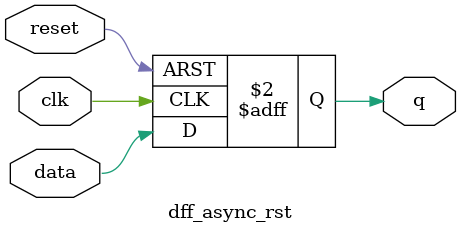
<source format=v>

`include "timescale.v"
// synopsys translate_on
`include "config.v"

module dff_async_rst (data, clk, reset, q);
input wire data, clk, reset;
output reg q;

always @(posedge clk or posedge reset)
    if (reset)
        q = 1'b0;
    else
        q = data;
endmodule

</source>
